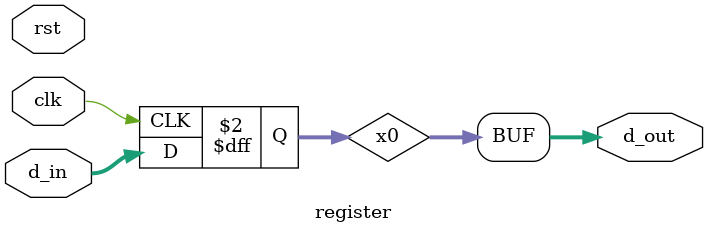
<source format=sv>
`timescale 1ns / 1ps


module register(
    input clk,
    input rst,
    input logic [31:0] d_in,
    output logic [31:0] d_out
    );
    
    reg [31:0] x0;
     always@ (posedge clk) begin
        x0 <= d_in;
        end
        
        assign d_out=x0;
endmodule

</source>
